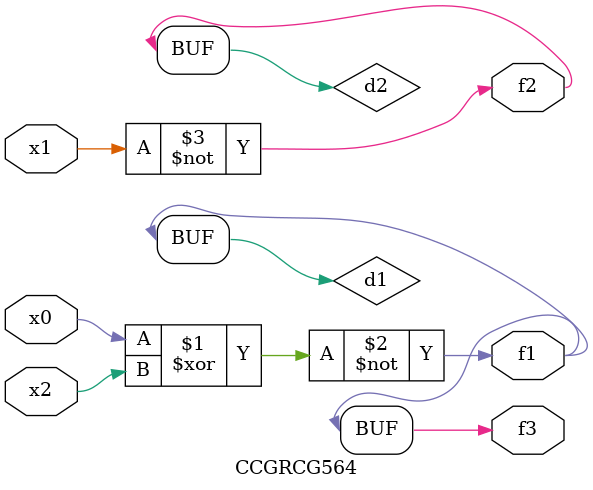
<source format=v>
module CCGRCG564(
	input x0, x1, x2,
	output f1, f2, f3
);

	wire d1, d2, d3;

	xnor (d1, x0, x2);
	nand (d2, x1);
	nor (d3, x1, x2);
	assign f1 = d1;
	assign f2 = d2;
	assign f3 = d1;
endmodule

</source>
